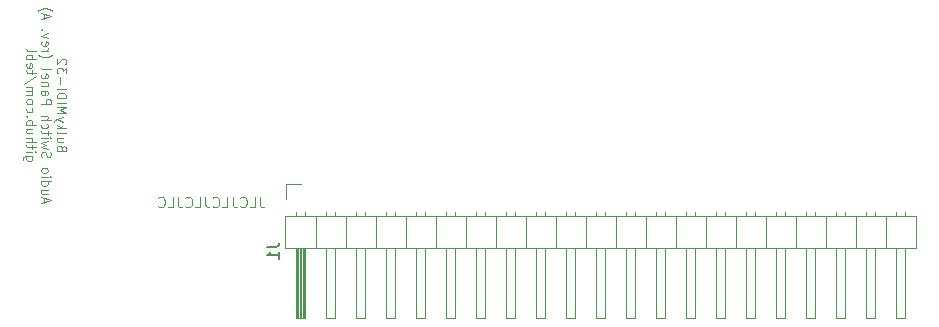
<source format=gbo>
G04 #@! TF.GenerationSoftware,KiCad,Pcbnew,(5.1.8)-1*
G04 #@! TF.CreationDate,2022-07-15T00:36:28+02:00*
G04 #@! TF.ProjectId,BulkyMIDI-32 Audio Switch Panel,42756c6b-794d-4494-9449-2d3332204175,rev?*
G04 #@! TF.SameCoordinates,Original*
G04 #@! TF.FileFunction,Legend,Bot*
G04 #@! TF.FilePolarity,Positive*
%FSLAX46Y46*%
G04 Gerber Fmt 4.6, Leading zero omitted, Abs format (unit mm)*
G04 Created by KiCad (PCBNEW (5.1.8)-1) date 2022-07-15 00:36:28*
%MOMM*%
%LPD*%
G01*
G04 APERTURE LIST*
%ADD10C,0.100000*%
%ADD11C,0.120000*%
%ADD12C,0.150000*%
G04 APERTURE END LIST*
D10*
X112227142Y-130611142D02*
X112227142Y-131254000D01*
X112270000Y-131382571D01*
X112355714Y-131468285D01*
X112484285Y-131511142D01*
X112570000Y-131511142D01*
X111370000Y-131511142D02*
X111798571Y-131511142D01*
X111798571Y-130611142D01*
X110555714Y-131425428D02*
X110598571Y-131468285D01*
X110727142Y-131511142D01*
X110812857Y-131511142D01*
X110941428Y-131468285D01*
X111027142Y-131382571D01*
X111070000Y-131296857D01*
X111112857Y-131125428D01*
X111112857Y-130996857D01*
X111070000Y-130825428D01*
X111027142Y-130739714D01*
X110941428Y-130654000D01*
X110812857Y-130611142D01*
X110727142Y-130611142D01*
X110598571Y-130654000D01*
X110555714Y-130696857D01*
X109912857Y-130611142D02*
X109912857Y-131254000D01*
X109955714Y-131382571D01*
X110041428Y-131468285D01*
X110170000Y-131511142D01*
X110255714Y-131511142D01*
X109055714Y-131511142D02*
X109484285Y-131511142D01*
X109484285Y-130611142D01*
X108241428Y-131425428D02*
X108284285Y-131468285D01*
X108412857Y-131511142D01*
X108498571Y-131511142D01*
X108627142Y-131468285D01*
X108712857Y-131382571D01*
X108755714Y-131296857D01*
X108798571Y-131125428D01*
X108798571Y-130996857D01*
X108755714Y-130825428D01*
X108712857Y-130739714D01*
X108627142Y-130654000D01*
X108498571Y-130611142D01*
X108412857Y-130611142D01*
X108284285Y-130654000D01*
X108241428Y-130696857D01*
X107598571Y-130611142D02*
X107598571Y-131254000D01*
X107641428Y-131382571D01*
X107727142Y-131468285D01*
X107855714Y-131511142D01*
X107941428Y-131511142D01*
X106741428Y-131511142D02*
X107170000Y-131511142D01*
X107170000Y-130611142D01*
X105927142Y-131425428D02*
X105970000Y-131468285D01*
X106098571Y-131511142D01*
X106184285Y-131511142D01*
X106312857Y-131468285D01*
X106398571Y-131382571D01*
X106441428Y-131296857D01*
X106484285Y-131125428D01*
X106484285Y-130996857D01*
X106441428Y-130825428D01*
X106398571Y-130739714D01*
X106312857Y-130654000D01*
X106184285Y-130611142D01*
X106098571Y-130611142D01*
X105970000Y-130654000D01*
X105927142Y-130696857D01*
X105284285Y-130611142D02*
X105284285Y-131254000D01*
X105327142Y-131382571D01*
X105412857Y-131468285D01*
X105541428Y-131511142D01*
X105627142Y-131511142D01*
X104427142Y-131511142D02*
X104855714Y-131511142D01*
X104855714Y-130611142D01*
X103612857Y-131425428D02*
X103655714Y-131468285D01*
X103784285Y-131511142D01*
X103870000Y-131511142D01*
X103998571Y-131468285D01*
X104084285Y-131382571D01*
X104127142Y-131296857D01*
X104170000Y-131125428D01*
X104170000Y-130996857D01*
X104127142Y-130825428D01*
X104084285Y-130739714D01*
X103998571Y-130654000D01*
X103870000Y-130611142D01*
X103784285Y-130611142D01*
X103655714Y-130654000D01*
X103612857Y-130696857D01*
X95457142Y-126487095D02*
X95419047Y-126372809D01*
X95380952Y-126334714D01*
X95304761Y-126296619D01*
X95190476Y-126296619D01*
X95114285Y-126334714D01*
X95076190Y-126372809D01*
X95038095Y-126449000D01*
X95038095Y-126753761D01*
X95838095Y-126753761D01*
X95838095Y-126487095D01*
X95800000Y-126410904D01*
X95761904Y-126372809D01*
X95685714Y-126334714D01*
X95609523Y-126334714D01*
X95533333Y-126372809D01*
X95495238Y-126410904D01*
X95457142Y-126487095D01*
X95457142Y-126753761D01*
X95571428Y-125610904D02*
X95038095Y-125610904D01*
X95571428Y-125953761D02*
X95152380Y-125953761D01*
X95076190Y-125915666D01*
X95038095Y-125839476D01*
X95038095Y-125725190D01*
X95076190Y-125649000D01*
X95114285Y-125610904D01*
X95038095Y-125115666D02*
X95076190Y-125191857D01*
X95152380Y-125229952D01*
X95838095Y-125229952D01*
X95038095Y-124810904D02*
X95838095Y-124810904D01*
X95342857Y-124734714D02*
X95038095Y-124506142D01*
X95571428Y-124506142D02*
X95266666Y-124810904D01*
X95571428Y-124239476D02*
X95038095Y-124049000D01*
X95571428Y-123858523D02*
X95038095Y-124049000D01*
X94847619Y-124125190D01*
X94809523Y-124163285D01*
X94771428Y-124239476D01*
X95038095Y-123553761D02*
X95838095Y-123553761D01*
X95266666Y-123287095D01*
X95838095Y-123020428D01*
X95038095Y-123020428D01*
X95038095Y-122639476D02*
X95838095Y-122639476D01*
X95038095Y-122258523D02*
X95838095Y-122258523D01*
X95838095Y-122068047D01*
X95800000Y-121953761D01*
X95723809Y-121877571D01*
X95647619Y-121839476D01*
X95495238Y-121801380D01*
X95380952Y-121801380D01*
X95228571Y-121839476D01*
X95152380Y-121877571D01*
X95076190Y-121953761D01*
X95038095Y-122068047D01*
X95038095Y-122258523D01*
X95038095Y-121458523D02*
X95838095Y-121458523D01*
X95342857Y-121077571D02*
X95342857Y-120468047D01*
X95838095Y-120163285D02*
X95838095Y-119668047D01*
X95533333Y-119934714D01*
X95533333Y-119820428D01*
X95495238Y-119744238D01*
X95457142Y-119706142D01*
X95380952Y-119668047D01*
X95190476Y-119668047D01*
X95114285Y-119706142D01*
X95076190Y-119744238D01*
X95038095Y-119820428D01*
X95038095Y-120049000D01*
X95076190Y-120125190D01*
X95114285Y-120163285D01*
X95761904Y-119363285D02*
X95800000Y-119325190D01*
X95838095Y-119249000D01*
X95838095Y-119058523D01*
X95800000Y-118982333D01*
X95761904Y-118944238D01*
X95685714Y-118906142D01*
X95609523Y-118906142D01*
X95495238Y-118944238D01*
X95038095Y-119401380D01*
X95038095Y-118906142D01*
X93966666Y-131096619D02*
X93966666Y-130715666D01*
X93738095Y-131172809D02*
X94538095Y-130906142D01*
X93738095Y-130639476D01*
X94271428Y-130029952D02*
X93738095Y-130029952D01*
X94271428Y-130372809D02*
X93852380Y-130372809D01*
X93776190Y-130334714D01*
X93738095Y-130258523D01*
X93738095Y-130144238D01*
X93776190Y-130068047D01*
X93814285Y-130029952D01*
X93738095Y-129306142D02*
X94538095Y-129306142D01*
X93776190Y-129306142D02*
X93738095Y-129382333D01*
X93738095Y-129534714D01*
X93776190Y-129610904D01*
X93814285Y-129649000D01*
X93890476Y-129687095D01*
X94119047Y-129687095D01*
X94195238Y-129649000D01*
X94233333Y-129610904D01*
X94271428Y-129534714D01*
X94271428Y-129382333D01*
X94233333Y-129306142D01*
X93738095Y-128925190D02*
X94271428Y-128925190D01*
X94538095Y-128925190D02*
X94500000Y-128963285D01*
X94461904Y-128925190D01*
X94500000Y-128887095D01*
X94538095Y-128925190D01*
X94461904Y-128925190D01*
X93738095Y-128429952D02*
X93776190Y-128506142D01*
X93814285Y-128544238D01*
X93890476Y-128582333D01*
X94119047Y-128582333D01*
X94195238Y-128544238D01*
X94233333Y-128506142D01*
X94271428Y-128429952D01*
X94271428Y-128315666D01*
X94233333Y-128239476D01*
X94195238Y-128201380D01*
X94119047Y-128163285D01*
X93890476Y-128163285D01*
X93814285Y-128201380D01*
X93776190Y-128239476D01*
X93738095Y-128315666D01*
X93738095Y-128429952D01*
X93776190Y-127249000D02*
X93738095Y-127134714D01*
X93738095Y-126944238D01*
X93776190Y-126868047D01*
X93814285Y-126829952D01*
X93890476Y-126791857D01*
X93966666Y-126791857D01*
X94042857Y-126829952D01*
X94080952Y-126868047D01*
X94119047Y-126944238D01*
X94157142Y-127096619D01*
X94195238Y-127172809D01*
X94233333Y-127210904D01*
X94309523Y-127249000D01*
X94385714Y-127249000D01*
X94461904Y-127210904D01*
X94500000Y-127172809D01*
X94538095Y-127096619D01*
X94538095Y-126906142D01*
X94500000Y-126791857D01*
X94271428Y-126525190D02*
X93738095Y-126372809D01*
X94119047Y-126220428D01*
X93738095Y-126068047D01*
X94271428Y-125915666D01*
X93738095Y-125610904D02*
X94271428Y-125610904D01*
X94538095Y-125610904D02*
X94500000Y-125649000D01*
X94461904Y-125610904D01*
X94500000Y-125572809D01*
X94538095Y-125610904D01*
X94461904Y-125610904D01*
X94271428Y-125344238D02*
X94271428Y-125039476D01*
X94538095Y-125229952D02*
X93852380Y-125229952D01*
X93776190Y-125191857D01*
X93738095Y-125115666D01*
X93738095Y-125039476D01*
X93776190Y-124429952D02*
X93738095Y-124506142D01*
X93738095Y-124658523D01*
X93776190Y-124734714D01*
X93814285Y-124772809D01*
X93890476Y-124810904D01*
X94119047Y-124810904D01*
X94195238Y-124772809D01*
X94233333Y-124734714D01*
X94271428Y-124658523D01*
X94271428Y-124506142D01*
X94233333Y-124429952D01*
X93738095Y-124087095D02*
X94538095Y-124087095D01*
X93738095Y-123744238D02*
X94157142Y-123744238D01*
X94233333Y-123782333D01*
X94271428Y-123858523D01*
X94271428Y-123972809D01*
X94233333Y-124049000D01*
X94195238Y-124087095D01*
X93738095Y-122753761D02*
X94538095Y-122753761D01*
X94538095Y-122449000D01*
X94500000Y-122372809D01*
X94461904Y-122334714D01*
X94385714Y-122296619D01*
X94271428Y-122296619D01*
X94195238Y-122334714D01*
X94157142Y-122372809D01*
X94119047Y-122449000D01*
X94119047Y-122753761D01*
X93738095Y-121610904D02*
X94157142Y-121610904D01*
X94233333Y-121649000D01*
X94271428Y-121725190D01*
X94271428Y-121877571D01*
X94233333Y-121953761D01*
X93776190Y-121610904D02*
X93738095Y-121687095D01*
X93738095Y-121877571D01*
X93776190Y-121953761D01*
X93852380Y-121991857D01*
X93928571Y-121991857D01*
X94004761Y-121953761D01*
X94042857Y-121877571D01*
X94042857Y-121687095D01*
X94080952Y-121610904D01*
X94271428Y-121229952D02*
X93738095Y-121229952D01*
X94195238Y-121229952D02*
X94233333Y-121191857D01*
X94271428Y-121115666D01*
X94271428Y-121001380D01*
X94233333Y-120925190D01*
X94157142Y-120887095D01*
X93738095Y-120887095D01*
X93776190Y-120201380D02*
X93738095Y-120277571D01*
X93738095Y-120429952D01*
X93776190Y-120506142D01*
X93852380Y-120544238D01*
X94157142Y-120544238D01*
X94233333Y-120506142D01*
X94271428Y-120429952D01*
X94271428Y-120277571D01*
X94233333Y-120201380D01*
X94157142Y-120163285D01*
X94080952Y-120163285D01*
X94004761Y-120544238D01*
X93738095Y-119706142D02*
X93776190Y-119782333D01*
X93852380Y-119820428D01*
X94538095Y-119820428D01*
X93433333Y-118563285D02*
X93471428Y-118601380D01*
X93585714Y-118677571D01*
X93661904Y-118715666D01*
X93776190Y-118753761D01*
X93966666Y-118791857D01*
X94119047Y-118791857D01*
X94309523Y-118753761D01*
X94423809Y-118715666D01*
X94500000Y-118677571D01*
X94614285Y-118601380D01*
X94652380Y-118563285D01*
X93738095Y-118258523D02*
X94271428Y-118258523D01*
X94119047Y-118258523D02*
X94195238Y-118220428D01*
X94233333Y-118182333D01*
X94271428Y-118106142D01*
X94271428Y-118029952D01*
X93776190Y-117458523D02*
X93738095Y-117534714D01*
X93738095Y-117687095D01*
X93776190Y-117763285D01*
X93852380Y-117801380D01*
X94157142Y-117801380D01*
X94233333Y-117763285D01*
X94271428Y-117687095D01*
X94271428Y-117534714D01*
X94233333Y-117458523D01*
X94157142Y-117420428D01*
X94080952Y-117420428D01*
X94004761Y-117801380D01*
X94271428Y-117153761D02*
X93738095Y-116963285D01*
X94271428Y-116772809D01*
X93814285Y-116468047D02*
X93776190Y-116429952D01*
X93738095Y-116468047D01*
X93776190Y-116506142D01*
X93814285Y-116468047D01*
X93738095Y-116468047D01*
X93966666Y-115515666D02*
X93966666Y-115134714D01*
X93738095Y-115591857D02*
X94538095Y-115325190D01*
X93738095Y-115058523D01*
X93433333Y-114868047D02*
X93471428Y-114829952D01*
X93585714Y-114753761D01*
X93661904Y-114715666D01*
X93776190Y-114677571D01*
X93966666Y-114639476D01*
X94119047Y-114639476D01*
X94309523Y-114677571D01*
X94423809Y-114715666D01*
X94500000Y-114753761D01*
X94614285Y-114829952D01*
X94652380Y-114868047D01*
X92971428Y-127172809D02*
X92323809Y-127172809D01*
X92247619Y-127210904D01*
X92209523Y-127249000D01*
X92171428Y-127325190D01*
X92171428Y-127439476D01*
X92209523Y-127515666D01*
X92476190Y-127172809D02*
X92438095Y-127249000D01*
X92438095Y-127401380D01*
X92476190Y-127477571D01*
X92514285Y-127515666D01*
X92590476Y-127553761D01*
X92819047Y-127553761D01*
X92895238Y-127515666D01*
X92933333Y-127477571D01*
X92971428Y-127401380D01*
X92971428Y-127249000D01*
X92933333Y-127172809D01*
X92438095Y-126791857D02*
X92971428Y-126791857D01*
X93238095Y-126791857D02*
X93200000Y-126829952D01*
X93161904Y-126791857D01*
X93200000Y-126753761D01*
X93238095Y-126791857D01*
X93161904Y-126791857D01*
X92971428Y-126525190D02*
X92971428Y-126220428D01*
X93238095Y-126410904D02*
X92552380Y-126410904D01*
X92476190Y-126372809D01*
X92438095Y-126296619D01*
X92438095Y-126220428D01*
X92438095Y-125953761D02*
X93238095Y-125953761D01*
X92438095Y-125610904D02*
X92857142Y-125610904D01*
X92933333Y-125649000D01*
X92971428Y-125725190D01*
X92971428Y-125839476D01*
X92933333Y-125915666D01*
X92895238Y-125953761D01*
X92971428Y-124887095D02*
X92438095Y-124887095D01*
X92971428Y-125229952D02*
X92552380Y-125229952D01*
X92476190Y-125191857D01*
X92438095Y-125115666D01*
X92438095Y-125001380D01*
X92476190Y-124925190D01*
X92514285Y-124887095D01*
X92438095Y-124506142D02*
X93238095Y-124506142D01*
X92933333Y-124506142D02*
X92971428Y-124429952D01*
X92971428Y-124277571D01*
X92933333Y-124201380D01*
X92895238Y-124163285D01*
X92819047Y-124125190D01*
X92590476Y-124125190D01*
X92514285Y-124163285D01*
X92476190Y-124201380D01*
X92438095Y-124277571D01*
X92438095Y-124429952D01*
X92476190Y-124506142D01*
X92514285Y-123782333D02*
X92476190Y-123744238D01*
X92438095Y-123782333D01*
X92476190Y-123820428D01*
X92514285Y-123782333D01*
X92438095Y-123782333D01*
X92476190Y-123058523D02*
X92438095Y-123134714D01*
X92438095Y-123287095D01*
X92476190Y-123363285D01*
X92514285Y-123401380D01*
X92590476Y-123439476D01*
X92819047Y-123439476D01*
X92895238Y-123401380D01*
X92933333Y-123363285D01*
X92971428Y-123287095D01*
X92971428Y-123134714D01*
X92933333Y-123058523D01*
X92438095Y-122601380D02*
X92476190Y-122677571D01*
X92514285Y-122715666D01*
X92590476Y-122753761D01*
X92819047Y-122753761D01*
X92895238Y-122715666D01*
X92933333Y-122677571D01*
X92971428Y-122601380D01*
X92971428Y-122487095D01*
X92933333Y-122410904D01*
X92895238Y-122372809D01*
X92819047Y-122334714D01*
X92590476Y-122334714D01*
X92514285Y-122372809D01*
X92476190Y-122410904D01*
X92438095Y-122487095D01*
X92438095Y-122601380D01*
X92438095Y-121991857D02*
X92971428Y-121991857D01*
X92895238Y-121991857D02*
X92933333Y-121953761D01*
X92971428Y-121877571D01*
X92971428Y-121763285D01*
X92933333Y-121687095D01*
X92857142Y-121649000D01*
X92438095Y-121649000D01*
X92857142Y-121649000D02*
X92933333Y-121610904D01*
X92971428Y-121534714D01*
X92971428Y-121420428D01*
X92933333Y-121344238D01*
X92857142Y-121306142D01*
X92438095Y-121306142D01*
X93276190Y-120353761D02*
X92247619Y-121039476D01*
X92971428Y-120201380D02*
X92971428Y-119896619D01*
X93238095Y-120087095D02*
X92552380Y-120087095D01*
X92476190Y-120049000D01*
X92438095Y-119972809D01*
X92438095Y-119896619D01*
X92476190Y-119325190D02*
X92438095Y-119401380D01*
X92438095Y-119553761D01*
X92476190Y-119629952D01*
X92552380Y-119668047D01*
X92857142Y-119668047D01*
X92933333Y-119629952D01*
X92971428Y-119553761D01*
X92971428Y-119401380D01*
X92933333Y-119325190D01*
X92857142Y-119287095D01*
X92780952Y-119287095D01*
X92704761Y-119668047D01*
X92438095Y-118944238D02*
X93238095Y-118944238D01*
X92933333Y-118944238D02*
X92971428Y-118868047D01*
X92971428Y-118715666D01*
X92933333Y-118639476D01*
X92895238Y-118601380D01*
X92819047Y-118563285D01*
X92590476Y-118563285D01*
X92514285Y-118601380D01*
X92476190Y-118639476D01*
X92438095Y-118715666D01*
X92438095Y-118868047D01*
X92476190Y-118944238D01*
X92438095Y-118106142D02*
X92476190Y-118182333D01*
X92552380Y-118220428D01*
X93238095Y-118220428D01*
D11*
X114420000Y-129540000D02*
X114420000Y-130810000D01*
X115690000Y-129540000D02*
X114420000Y-129540000D01*
X166870000Y-131852929D02*
X166870000Y-132250000D01*
X166110000Y-131852929D02*
X166110000Y-132250000D01*
X166870000Y-140910000D02*
X166870000Y-134910000D01*
X166110000Y-140910000D02*
X166870000Y-140910000D01*
X166110000Y-134910000D02*
X166110000Y-140910000D01*
X165220000Y-132250000D02*
X165220000Y-134910000D01*
X164330000Y-131852929D02*
X164330000Y-132250000D01*
X163570000Y-131852929D02*
X163570000Y-132250000D01*
X164330000Y-140910000D02*
X164330000Y-134910000D01*
X163570000Y-140910000D02*
X164330000Y-140910000D01*
X163570000Y-134910000D02*
X163570000Y-140910000D01*
X162680000Y-132250000D02*
X162680000Y-134910000D01*
X161790000Y-131852929D02*
X161790000Y-132250000D01*
X161030000Y-131852929D02*
X161030000Y-132250000D01*
X161790000Y-140910000D02*
X161790000Y-134910000D01*
X161030000Y-140910000D02*
X161790000Y-140910000D01*
X161030000Y-134910000D02*
X161030000Y-140910000D01*
X160140000Y-132250000D02*
X160140000Y-134910000D01*
X159250000Y-131852929D02*
X159250000Y-132250000D01*
X158490000Y-131852929D02*
X158490000Y-132250000D01*
X159250000Y-140910000D02*
X159250000Y-134910000D01*
X158490000Y-140910000D02*
X159250000Y-140910000D01*
X158490000Y-134910000D02*
X158490000Y-140910000D01*
X157600000Y-132250000D02*
X157600000Y-134910000D01*
X156710000Y-131852929D02*
X156710000Y-132250000D01*
X155950000Y-131852929D02*
X155950000Y-132250000D01*
X156710000Y-140910000D02*
X156710000Y-134910000D01*
X155950000Y-140910000D02*
X156710000Y-140910000D01*
X155950000Y-134910000D02*
X155950000Y-140910000D01*
X155060000Y-132250000D02*
X155060000Y-134910000D01*
X154170000Y-131852929D02*
X154170000Y-132250000D01*
X153410000Y-131852929D02*
X153410000Y-132250000D01*
X154170000Y-140910000D02*
X154170000Y-134910000D01*
X153410000Y-140910000D02*
X154170000Y-140910000D01*
X153410000Y-134910000D02*
X153410000Y-140910000D01*
X152520000Y-132250000D02*
X152520000Y-134910000D01*
X151630000Y-131852929D02*
X151630000Y-132250000D01*
X150870000Y-131852929D02*
X150870000Y-132250000D01*
X151630000Y-140910000D02*
X151630000Y-134910000D01*
X150870000Y-140910000D02*
X151630000Y-140910000D01*
X150870000Y-134910000D02*
X150870000Y-140910000D01*
X149980000Y-132250000D02*
X149980000Y-134910000D01*
X149090000Y-131852929D02*
X149090000Y-132250000D01*
X148330000Y-131852929D02*
X148330000Y-132250000D01*
X149090000Y-140910000D02*
X149090000Y-134910000D01*
X148330000Y-140910000D02*
X149090000Y-140910000D01*
X148330000Y-134910000D02*
X148330000Y-140910000D01*
X147440000Y-132250000D02*
X147440000Y-134910000D01*
X146550000Y-131852929D02*
X146550000Y-132250000D01*
X145790000Y-131852929D02*
X145790000Y-132250000D01*
X146550000Y-140910000D02*
X146550000Y-134910000D01*
X145790000Y-140910000D02*
X146550000Y-140910000D01*
X145790000Y-134910000D02*
X145790000Y-140910000D01*
X144900000Y-132250000D02*
X144900000Y-134910000D01*
X144010000Y-131852929D02*
X144010000Y-132250000D01*
X143250000Y-131852929D02*
X143250000Y-132250000D01*
X144010000Y-140910000D02*
X144010000Y-134910000D01*
X143250000Y-140910000D02*
X144010000Y-140910000D01*
X143250000Y-134910000D02*
X143250000Y-140910000D01*
X142360000Y-132250000D02*
X142360000Y-134910000D01*
X141470000Y-131852929D02*
X141470000Y-132250000D01*
X140710000Y-131852929D02*
X140710000Y-132250000D01*
X141470000Y-140910000D02*
X141470000Y-134910000D01*
X140710000Y-140910000D02*
X141470000Y-140910000D01*
X140710000Y-134910000D02*
X140710000Y-140910000D01*
X139820000Y-132250000D02*
X139820000Y-134910000D01*
X138930000Y-131852929D02*
X138930000Y-132250000D01*
X138170000Y-131852929D02*
X138170000Y-132250000D01*
X138930000Y-140910000D02*
X138930000Y-134910000D01*
X138170000Y-140910000D02*
X138930000Y-140910000D01*
X138170000Y-134910000D02*
X138170000Y-140910000D01*
X137280000Y-132250000D02*
X137280000Y-134910000D01*
X136390000Y-131852929D02*
X136390000Y-132250000D01*
X135630000Y-131852929D02*
X135630000Y-132250000D01*
X136390000Y-140910000D02*
X136390000Y-134910000D01*
X135630000Y-140910000D02*
X136390000Y-140910000D01*
X135630000Y-134910000D02*
X135630000Y-140910000D01*
X134740000Y-132250000D02*
X134740000Y-134910000D01*
X133850000Y-131852929D02*
X133850000Y-132250000D01*
X133090000Y-131852929D02*
X133090000Y-132250000D01*
X133850000Y-140910000D02*
X133850000Y-134910000D01*
X133090000Y-140910000D02*
X133850000Y-140910000D01*
X133090000Y-134910000D02*
X133090000Y-140910000D01*
X132200000Y-132250000D02*
X132200000Y-134910000D01*
X131310000Y-131852929D02*
X131310000Y-132250000D01*
X130550000Y-131852929D02*
X130550000Y-132250000D01*
X131310000Y-140910000D02*
X131310000Y-134910000D01*
X130550000Y-140910000D02*
X131310000Y-140910000D01*
X130550000Y-134910000D02*
X130550000Y-140910000D01*
X129660000Y-132250000D02*
X129660000Y-134910000D01*
X128770000Y-131852929D02*
X128770000Y-132250000D01*
X128010000Y-131852929D02*
X128010000Y-132250000D01*
X128770000Y-140910000D02*
X128770000Y-134910000D01*
X128010000Y-140910000D02*
X128770000Y-140910000D01*
X128010000Y-134910000D02*
X128010000Y-140910000D01*
X127120000Y-132250000D02*
X127120000Y-134910000D01*
X126230000Y-131852929D02*
X126230000Y-132250000D01*
X125470000Y-131852929D02*
X125470000Y-132250000D01*
X126230000Y-140910000D02*
X126230000Y-134910000D01*
X125470000Y-140910000D02*
X126230000Y-140910000D01*
X125470000Y-134910000D02*
X125470000Y-140910000D01*
X124580000Y-132250000D02*
X124580000Y-134910000D01*
X123690000Y-131852929D02*
X123690000Y-132250000D01*
X122930000Y-131852929D02*
X122930000Y-132250000D01*
X123690000Y-140910000D02*
X123690000Y-134910000D01*
X122930000Y-140910000D02*
X123690000Y-140910000D01*
X122930000Y-134910000D02*
X122930000Y-140910000D01*
X122040000Y-132250000D02*
X122040000Y-134910000D01*
X121150000Y-131852929D02*
X121150000Y-132250000D01*
X120390000Y-131852929D02*
X120390000Y-132250000D01*
X121150000Y-140910000D02*
X121150000Y-134910000D01*
X120390000Y-140910000D02*
X121150000Y-140910000D01*
X120390000Y-134910000D02*
X120390000Y-140910000D01*
X119500000Y-132250000D02*
X119500000Y-134910000D01*
X118610000Y-131852929D02*
X118610000Y-132250000D01*
X117850000Y-131852929D02*
X117850000Y-132250000D01*
X118610000Y-140910000D02*
X118610000Y-134910000D01*
X117850000Y-140910000D02*
X118610000Y-140910000D01*
X117850000Y-134910000D02*
X117850000Y-140910000D01*
X116960000Y-132250000D02*
X116960000Y-134910000D01*
X116070000Y-131920000D02*
X116070000Y-132250000D01*
X115310000Y-131920000D02*
X115310000Y-132250000D01*
X115970000Y-134910000D02*
X115970000Y-140910000D01*
X115850000Y-134910000D02*
X115850000Y-140910000D01*
X115730000Y-134910000D02*
X115730000Y-140910000D01*
X115610000Y-134910000D02*
X115610000Y-140910000D01*
X115490000Y-134910000D02*
X115490000Y-140910000D01*
X115370000Y-134910000D02*
X115370000Y-140910000D01*
X116070000Y-140910000D02*
X116070000Y-134910000D01*
X115310000Y-140910000D02*
X116070000Y-140910000D01*
X115310000Y-134910000D02*
X115310000Y-140910000D01*
X114360000Y-134910000D02*
X114360000Y-132250000D01*
X167820000Y-134910000D02*
X114360000Y-134910000D01*
X167820000Y-132250000D02*
X167820000Y-134910000D01*
X114360000Y-132250000D02*
X167820000Y-132250000D01*
D12*
X112872380Y-134861666D02*
X113586666Y-134861666D01*
X113729523Y-134814047D01*
X113824761Y-134718809D01*
X113872380Y-134575952D01*
X113872380Y-134480714D01*
X113872380Y-135861666D02*
X113872380Y-135290238D01*
X113872380Y-135575952D02*
X112872380Y-135575952D01*
X113015238Y-135480714D01*
X113110476Y-135385476D01*
X113158095Y-135290238D01*
M02*

</source>
